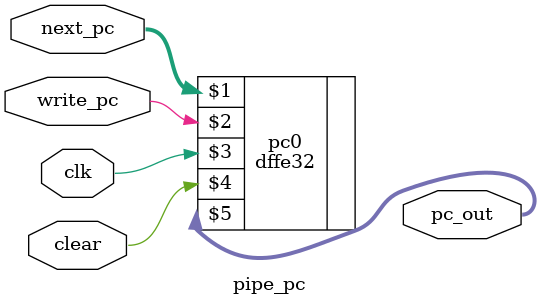
<source format=v>
module pipe_pc(
  next_pc,write_pc,clk,clear,pc_out
);
    input   [31:0] next_pc;
    input          write_pc,clk,clear;
    output  [31:0] pc_out ;
    dffe32 pc0 (next_pc,write_pc,clk,clear,pc_out);
endmodule // pipe_pc
</source>
